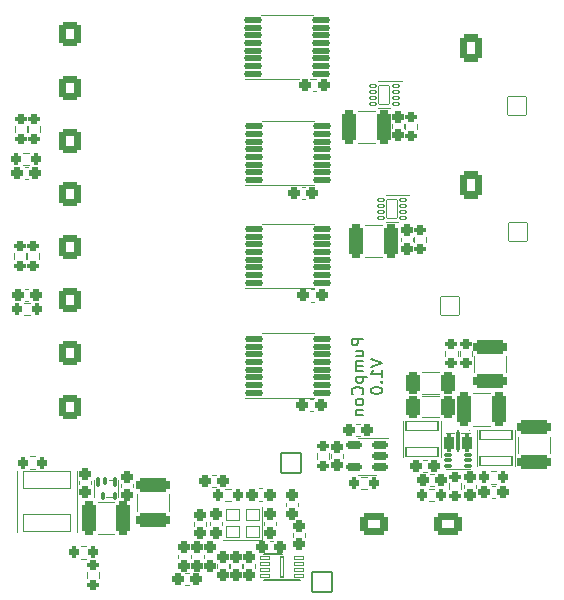
<source format=gbo>
G04 #@! TF.GenerationSoftware,KiCad,Pcbnew,(6.0.7)*
G04 #@! TF.CreationDate,2022-10-27T11:50:25+02:00*
G04 #@! TF.ProjectId,pumpCon,70756d70-436f-46e2-9e6b-696361645f70,rev?*
G04 #@! TF.SameCoordinates,Original*
G04 #@! TF.FileFunction,Legend,Bot*
G04 #@! TF.FilePolarity,Positive*
%FSLAX46Y46*%
G04 Gerber Fmt 4.6, Leading zero omitted, Abs format (unit mm)*
G04 Created by KiCad (PCBNEW (6.0.7)) date 2022-10-27 11:50:25*
%MOMM*%
%LPD*%
G01*
G04 APERTURE LIST*
G04 Aperture macros list*
%AMRoundRect*
0 Rectangle with rounded corners*
0 $1 Rounding radius*
0 $2 $3 $4 $5 $6 $7 $8 $9 X,Y pos of 4 corners*
0 Add a 4 corners polygon primitive as box body*
4,1,4,$2,$3,$4,$5,$6,$7,$8,$9,$2,$3,0*
0 Add four circle primitives for the rounded corners*
1,1,$1+$1,$2,$3*
1,1,$1+$1,$4,$5*
1,1,$1+$1,$6,$7*
1,1,$1+$1,$8,$9*
0 Add four rect primitives between the rounded corners*
20,1,$1+$1,$2,$3,$4,$5,0*
20,1,$1+$1,$4,$5,$6,$7,0*
20,1,$1+$1,$6,$7,$8,$9,0*
20,1,$1+$1,$8,$9,$2,$3,0*%
%AMFreePoly0*
4,1,32,-0.330865,0.346194,-0.295510,0.331549,-0.268451,0.304490,-0.253806,0.269135,-0.250000,0.250000,-0.250000,0.150000,0.450000,0.150000,0.469135,0.146194,0.504490,0.131549,0.531549,0.104490,0.546194,0.069135,0.550000,0.050000,0.550000,-0.050000,0.546194,-0.069135,0.531549,-0.104490,0.504490,-0.131549,0.469135,-0.146194,0.450000,-0.150000,-0.450000,-0.150000,-0.469135,-0.146194,
-0.504490,-0.131549,-0.531549,-0.104490,-0.546194,-0.069135,-0.550000,-0.050000,-0.550000,0.250000,-0.546194,0.269135,-0.531549,0.304490,-0.504490,0.331549,-0.469135,0.346194,-0.450000,0.350000,-0.350000,0.350000,-0.330865,0.346194,-0.330865,0.346194,$1*%
G04 Aperture macros list end*
%ADD10C,0.150000*%
%ADD11C,0.120000*%
%ADD12O,1.150000X2.000000*%
%ADD13RoundRect,0.300000X0.620000X0.845000X-0.620000X0.845000X-0.620000X-0.845000X0.620000X-0.845000X0*%
%ADD14O,1.840000X2.290000*%
%ADD15RoundRect,0.300000X-0.600000X-0.725000X0.600000X-0.725000X0.600000X0.725000X-0.600000X0.725000X0*%
%ADD16O,1.800000X2.050000*%
%ADD17RoundRect,0.050000X-0.850000X0.850000X-0.850000X-0.850000X0.850000X-0.850000X0.850000X0.850000X0*%
%ADD18O,1.800000X1.800000*%
%ADD19RoundRect,0.300000X0.725000X-0.600000X0.725000X0.600000X-0.725000X0.600000X-0.725000X-0.600000X0*%
%ADD20O,2.050000X1.800000*%
%ADD21RoundRect,0.050000X0.850000X0.850000X-0.850000X0.850000X-0.850000X-0.850000X0.850000X-0.850000X0*%
%ADD22RoundRect,0.300000X0.750000X-0.600000X0.750000X0.600000X-0.750000X0.600000X-0.750000X-0.600000X0*%
%ADD23O,2.100000X1.800000*%
%ADD24RoundRect,0.300000X-0.845000X0.620000X-0.845000X-0.620000X0.845000X-0.620000X0.845000X0.620000X0*%
%ADD25O,2.290000X1.840000*%
%ADD26C,3.300000*%
%ADD27RoundRect,0.050000X-0.800000X-0.800000X0.800000X-0.800000X0.800000X0.800000X-0.800000X0.800000X0*%
%ADD28C,1.700000*%
%ADD29RoundRect,0.050000X-0.800000X0.800000X-0.800000X-0.800000X0.800000X-0.800000X0.800000X0.800000X0*%
%ADD30RoundRect,0.275000X-0.250000X0.225000X-0.250000X-0.225000X0.250000X-0.225000X0.250000X0.225000X0*%
%ADD31RoundRect,0.250000X-0.200000X-0.275000X0.200000X-0.275000X0.200000X0.275000X-0.200000X0.275000X0*%
%ADD32RoundRect,0.200000X0.512500X0.150000X-0.512500X0.150000X-0.512500X-0.150000X0.512500X-0.150000X0*%
%ADD33RoundRect,0.300000X0.325000X0.650000X-0.325000X0.650000X-0.325000X-0.650000X0.325000X-0.650000X0*%
%ADD34RoundRect,0.275000X0.225000X0.250000X-0.225000X0.250000X-0.225000X-0.250000X0.225000X-0.250000X0*%
%ADD35RoundRect,0.275000X-0.225000X-0.250000X0.225000X-0.250000X0.225000X0.250000X-0.225000X0.250000X0*%
%ADD36RoundRect,0.050000X1.350000X-0.400000X1.350000X0.400000X-1.350000X0.400000X-1.350000X-0.400000X0*%
%ADD37RoundRect,0.250000X0.200000X0.275000X-0.200000X0.275000X-0.200000X-0.275000X0.200000X-0.275000X0*%
%ADD38RoundRect,0.275000X0.250000X-0.225000X0.250000X0.225000X-0.250000X0.225000X-0.250000X-0.225000X0*%
%ADD39RoundRect,0.250000X-0.275000X0.200000X-0.275000X-0.200000X0.275000X-0.200000X0.275000X0.200000X0*%
%ADD40RoundRect,0.250000X0.275000X-0.200000X0.275000X0.200000X-0.275000X0.200000X-0.275000X-0.200000X0*%
%ADD41RoundRect,0.250000X0.200000X0.525000X-0.200000X0.525000X-0.200000X-0.525000X0.200000X-0.525000X0*%
%ADD42RoundRect,0.125000X0.225000X0.075000X-0.225000X0.075000X-0.225000X-0.075000X0.225000X-0.075000X0*%
%ADD43RoundRect,0.125000X0.075000X0.787500X-0.075000X0.787500X-0.075000X-0.787500X0.075000X-0.787500X0*%
%ADD44RoundRect,0.300000X-1.100000X0.325000X-1.100000X-0.325000X1.100000X-0.325000X1.100000X0.325000X0*%
%ADD45RoundRect,0.100000X-0.050000X0.300000X-0.050000X-0.300000X0.050000X-0.300000X0.050000X0.300000X0*%
%ADD46RoundRect,0.100000X-0.050000X0.250000X-0.050000X-0.250000X0.050000X-0.250000X0.050000X0.250000X0*%
%ADD47FreePoly0,270.000000*%
%ADD48RoundRect,0.150000X-0.637500X-0.100000X0.637500X-0.100000X0.637500X0.100000X-0.637500X0.100000X0*%
%ADD49RoundRect,0.050000X0.250000X0.125000X-0.250000X0.125000X-0.250000X-0.125000X0.250000X-0.125000X0*%
%ADD50RoundRect,0.050000X0.450000X0.800000X-0.450000X0.800000X-0.450000X-0.800000X0.450000X-0.800000X0*%
%ADD51RoundRect,0.300000X-0.325000X-1.100000X0.325000X-1.100000X0.325000X1.100000X-0.325000X1.100000X0*%
%ADD52RoundRect,0.300000X0.325000X1.100000X-0.325000X1.100000X-0.325000X-1.100000X0.325000X-1.100000X0*%
%ADD53RoundRect,0.268750X0.218750X0.256250X-0.218750X0.256250X-0.218750X-0.256250X0.218750X-0.256250X0*%
%ADD54RoundRect,0.300000X1.100000X-0.325000X1.100000X0.325000X-1.100000X0.325000X-1.100000X-0.325000X0*%
%ADD55RoundRect,0.050000X0.575000X0.500000X-0.575000X0.500000X-0.575000X-0.500000X0.575000X-0.500000X0*%
%ADD56RoundRect,0.050000X0.375000X0.150000X-0.375000X0.150000X-0.375000X-0.150000X0.375000X-0.150000X0*%
%ADD57RoundRect,0.050000X0.150000X0.850000X-0.150000X0.850000X-0.150000X-0.850000X0.150000X-0.850000X0*%
%ADD58RoundRect,0.050000X-2.000000X0.750000X-2.000000X-0.750000X2.000000X-0.750000X2.000000X0.750000X0*%
G04 APERTURE END LIST*
D10*
X92647380Y-89261904D02*
X91647380Y-89261904D01*
X91647380Y-89642857D01*
X91695000Y-89738095D01*
X91742619Y-89785714D01*
X91837857Y-89833333D01*
X91980714Y-89833333D01*
X92075952Y-89785714D01*
X92123571Y-89738095D01*
X92171190Y-89642857D01*
X92171190Y-89261904D01*
X91980714Y-90690476D02*
X92647380Y-90690476D01*
X91980714Y-90261904D02*
X92504523Y-90261904D01*
X92599761Y-90309523D01*
X92647380Y-90404761D01*
X92647380Y-90547619D01*
X92599761Y-90642857D01*
X92552142Y-90690476D01*
X92647380Y-91166666D02*
X91980714Y-91166666D01*
X92075952Y-91166666D02*
X92028333Y-91214285D01*
X91980714Y-91309523D01*
X91980714Y-91452380D01*
X92028333Y-91547619D01*
X92123571Y-91595238D01*
X92647380Y-91595238D01*
X92123571Y-91595238D02*
X92028333Y-91642857D01*
X91980714Y-91738095D01*
X91980714Y-91880952D01*
X92028333Y-91976190D01*
X92123571Y-92023809D01*
X92647380Y-92023809D01*
X91980714Y-92500000D02*
X92980714Y-92500000D01*
X92028333Y-92500000D02*
X91980714Y-92595238D01*
X91980714Y-92785714D01*
X92028333Y-92880952D01*
X92075952Y-92928571D01*
X92171190Y-92976190D01*
X92456904Y-92976190D01*
X92552142Y-92928571D01*
X92599761Y-92880952D01*
X92647380Y-92785714D01*
X92647380Y-92595238D01*
X92599761Y-92500000D01*
X92552142Y-93976190D02*
X92599761Y-93928571D01*
X92647380Y-93785714D01*
X92647380Y-93690476D01*
X92599761Y-93547619D01*
X92504523Y-93452380D01*
X92409285Y-93404761D01*
X92218809Y-93357142D01*
X92075952Y-93357142D01*
X91885476Y-93404761D01*
X91790238Y-93452380D01*
X91695000Y-93547619D01*
X91647380Y-93690476D01*
X91647380Y-93785714D01*
X91695000Y-93928571D01*
X91742619Y-93976190D01*
X92647380Y-94547619D02*
X92599761Y-94452380D01*
X92552142Y-94404761D01*
X92456904Y-94357142D01*
X92171190Y-94357142D01*
X92075952Y-94404761D01*
X92028333Y-94452380D01*
X91980714Y-94547619D01*
X91980714Y-94690476D01*
X92028333Y-94785714D01*
X92075952Y-94833333D01*
X92171190Y-94880952D01*
X92456904Y-94880952D01*
X92552142Y-94833333D01*
X92599761Y-94785714D01*
X92647380Y-94690476D01*
X92647380Y-94547619D01*
X91980714Y-95309523D02*
X92647380Y-95309523D01*
X92075952Y-95309523D02*
X92028333Y-95357142D01*
X91980714Y-95452380D01*
X91980714Y-95595238D01*
X92028333Y-95690476D01*
X92123571Y-95738095D01*
X92647380Y-95738095D01*
X93257380Y-90976190D02*
X94257380Y-91309523D01*
X93257380Y-91642857D01*
X94257380Y-92499999D02*
X94257380Y-91928571D01*
X94257380Y-92214285D02*
X93257380Y-92214285D01*
X93400238Y-92119047D01*
X93495476Y-92023809D01*
X93543095Y-91928571D01*
X94162142Y-92928571D02*
X94209761Y-92976190D01*
X94257380Y-92928571D01*
X94209761Y-92880952D01*
X94162142Y-92928571D01*
X94257380Y-92928571D01*
X93257380Y-93595238D02*
X93257380Y-93690476D01*
X93305000Y-93785714D01*
X93352619Y-93833333D01*
X93447857Y-93880952D01*
X93638333Y-93928571D01*
X93876428Y-93928571D01*
X94066904Y-93880952D01*
X94162142Y-93833333D01*
X94209761Y-93785714D01*
X94257380Y-93690476D01*
X94257380Y-93595238D01*
X94209761Y-93499999D01*
X94162142Y-93452380D01*
X94066904Y-93404761D01*
X93876428Y-93357142D01*
X93638333Y-93357142D01*
X93447857Y-93404761D01*
X93352619Y-93452380D01*
X93305000Y-93499999D01*
X93257380Y-93595238D01*
D11*
X80710000Y-104759420D02*
X80710000Y-105040580D01*
X79690000Y-104759420D02*
X79690000Y-105040580D01*
X98162742Y-101977500D02*
X98637258Y-101977500D01*
X98162742Y-103022500D02*
X98637258Y-103022500D01*
X92950000Y-97640000D02*
X94750000Y-97640000D01*
X92950000Y-100760000D02*
X92150000Y-100760000D01*
X92950000Y-100760000D02*
X93750000Y-100760000D01*
X92950000Y-97640000D02*
X92150000Y-97640000D01*
X64387742Y-100272500D02*
X64862258Y-100272500D01*
X64387742Y-99227500D02*
X64862258Y-99227500D01*
X99061252Y-94090000D02*
X97638748Y-94090000D01*
X99061252Y-95910000D02*
X97638748Y-95910000D01*
X95090000Y-71109420D02*
X95090000Y-71390580D01*
X96110000Y-71109420D02*
X96110000Y-71390580D01*
X64290580Y-85040000D02*
X64009420Y-85040000D01*
X64290580Y-86060000D02*
X64009420Y-86060000D01*
X103412742Y-101522500D02*
X103887258Y-101522500D01*
X103412742Y-100477500D02*
X103887258Y-100477500D01*
X84709420Y-106390000D02*
X84990580Y-106390000D01*
X84709420Y-107410000D02*
X84990580Y-107410000D01*
X97709420Y-99490000D02*
X97990580Y-99490000D01*
X97709420Y-100510000D02*
X97990580Y-100510000D01*
X99200000Y-99250000D02*
X99200000Y-96250000D01*
X96000000Y-99250000D02*
X96000000Y-96250000D01*
X96865000Y-80709420D02*
X96865000Y-80990580D01*
X95845000Y-80709420D02*
X95845000Y-80990580D01*
X64337258Y-74572500D02*
X63862742Y-74572500D01*
X64337258Y-73527500D02*
X63862742Y-73527500D01*
X83809420Y-102960000D02*
X84090580Y-102960000D01*
X83809420Y-101940000D02*
X84090580Y-101940000D01*
X78090000Y-107840580D02*
X78090000Y-107559420D01*
X79110000Y-107840580D02*
X79110000Y-107559420D01*
X105500000Y-100000000D02*
X105500000Y-97000000D01*
X102300000Y-100000000D02*
X102300000Y-97000000D01*
X102160000Y-101890580D02*
X102160000Y-101609420D01*
X101140000Y-101890580D02*
X101140000Y-101609420D01*
X64177500Y-82012742D02*
X64177500Y-82487258D01*
X65222500Y-82012742D02*
X65222500Y-82487258D01*
X96177500Y-71062742D02*
X96177500Y-71537258D01*
X97222500Y-71062742D02*
X97222500Y-71537258D01*
X89722500Y-99437258D02*
X89722500Y-98962742D01*
X88677500Y-99437258D02*
X88677500Y-98962742D01*
X78290000Y-104809420D02*
X78290000Y-105090580D01*
X79310000Y-104809420D02*
X79310000Y-105090580D01*
X101650000Y-100250000D02*
X99650000Y-100250000D01*
X101650000Y-97250000D02*
X100950000Y-97250000D01*
X99650000Y-97250000D02*
X100350000Y-97250000D01*
X101700000Y-97000000D02*
G75*
G03*
X101700000Y-97000000I-50000J0D01*
G01*
X80140580Y-100790000D02*
X79859420Y-100790000D01*
X80140580Y-101810000D02*
X79859420Y-101810000D01*
X108460000Y-97538748D02*
X108460000Y-98961252D01*
X105740000Y-97538748D02*
X105740000Y-98961252D01*
X81310000Y-108640580D02*
X81310000Y-108359420D01*
X80290000Y-108640580D02*
X80290000Y-108359420D01*
X71850000Y-101200000D02*
X71850000Y-102700000D01*
X71325000Y-101200000D02*
X71075000Y-101200000D01*
X69850000Y-101200000D02*
X69850000Y-102700000D01*
X71325000Y-102700000D02*
X70850000Y-102700000D01*
X69650000Y-101450000D02*
G75*
G03*
X69650000Y-101450000I-50000J0D01*
G01*
X68712742Y-106827500D02*
X69187258Y-106827500D01*
X68712742Y-107872500D02*
X69187258Y-107872500D01*
X86200000Y-67285000D02*
X82600000Y-67285000D01*
X86200000Y-61815000D02*
X84000000Y-61815000D01*
X86200000Y-61815000D02*
X88400000Y-61815000D01*
X86200000Y-67285000D02*
X88400000Y-67285000D01*
X86250000Y-88815000D02*
X84050000Y-88815000D01*
X86250000Y-94285000D02*
X82650000Y-94285000D01*
X86250000Y-88815000D02*
X88450000Y-88815000D01*
X86250000Y-94285000D02*
X88450000Y-94285000D01*
X98590580Y-100740000D02*
X98309420Y-100740000D01*
X98590580Y-101760000D02*
X98309420Y-101760000D01*
X88490580Y-85090000D02*
X88209420Y-85090000D01*
X88490580Y-86110000D02*
X88209420Y-86110000D01*
X64387258Y-87272500D02*
X63912742Y-87272500D01*
X64387258Y-86227500D02*
X63912742Y-86227500D01*
X81437258Y-103022500D02*
X80962742Y-103022500D01*
X81437258Y-101977500D02*
X80962742Y-101977500D01*
X99061252Y-92090000D02*
X97638748Y-92090000D01*
X99061252Y-93910000D02*
X97638748Y-93910000D01*
X69610000Y-101590580D02*
X69610000Y-101309420D01*
X68590000Y-101590580D02*
X68590000Y-101309420D01*
X96550000Y-77130000D02*
X94550000Y-77130000D01*
X94550000Y-79370000D02*
X95550000Y-79370000D01*
X103509420Y-101740000D02*
X103790580Y-101740000D01*
X103509420Y-102760000D02*
X103790580Y-102760000D01*
X78010000Y-107840580D02*
X78010000Y-107559420D01*
X76990000Y-107840580D02*
X76990000Y-107559420D01*
X84190000Y-105040580D02*
X84190000Y-104759420D01*
X85210000Y-105040580D02*
X85210000Y-104759420D01*
X100922500Y-101512742D02*
X100922500Y-101987258D01*
X99877500Y-101512742D02*
X99877500Y-101987258D01*
X90960000Y-99059420D02*
X90960000Y-99340580D01*
X89940000Y-99059420D02*
X89940000Y-99340580D01*
X82410000Y-108640580D02*
X82410000Y-108359420D01*
X81390000Y-108640580D02*
X81390000Y-108359420D01*
X100827500Y-90262742D02*
X100827500Y-90737258D01*
X101872500Y-90262742D02*
X101872500Y-90737258D01*
X87710000Y-105734420D02*
X87710000Y-106015580D01*
X86690000Y-105734420D02*
X86690000Y-106015580D01*
X69227500Y-109012742D02*
X69227500Y-109487258D01*
X70272500Y-109012742D02*
X70272500Y-109487258D01*
X101938748Y-93890000D02*
X103361252Y-93890000D01*
X101938748Y-96610000D02*
X103361252Y-96610000D01*
X93611252Y-69990000D02*
X92188748Y-69990000D01*
X93611252Y-72710000D02*
X92188748Y-72710000D01*
X92937258Y-100927500D02*
X92462742Y-100927500D01*
X92937258Y-101972500D02*
X92462742Y-101972500D01*
X88390580Y-95360000D02*
X88109420Y-95360000D01*
X88390580Y-94340000D02*
X88109420Y-94340000D01*
X71561252Y-105810000D02*
X70138748Y-105810000D01*
X71561252Y-103090000D02*
X70138748Y-103090000D01*
X63127500Y-71737258D02*
X63127500Y-71262742D01*
X64172500Y-71737258D02*
X64172500Y-71262742D01*
X102040000Y-90683748D02*
X102040000Y-92106252D01*
X104760000Y-90683748D02*
X104760000Y-92106252D01*
X77862779Y-109090000D02*
X77537221Y-109090000D01*
X77862779Y-110110000D02*
X77537221Y-110110000D01*
X76210000Y-103861252D02*
X76210000Y-102438748D01*
X73490000Y-103861252D02*
X73490000Y-102438748D01*
X92059420Y-97460000D02*
X92340580Y-97460000D01*
X92059420Y-96440000D02*
X92340580Y-96440000D01*
X64240580Y-74740000D02*
X63959420Y-74740000D01*
X64240580Y-75760000D02*
X63959420Y-75760000D01*
X73110000Y-101840580D02*
X73110000Y-101559420D01*
X72090000Y-101840580D02*
X72090000Y-101559420D01*
X84100000Y-106300000D02*
X80800000Y-106300000D01*
X84100000Y-103500000D02*
X84100000Y-106300000D01*
X86250000Y-70815000D02*
X88450000Y-70815000D01*
X86250000Y-70815000D02*
X84050000Y-70815000D01*
X86250000Y-76285000D02*
X88450000Y-76285000D01*
X86250000Y-76285000D02*
X82650000Y-76285000D01*
X87110000Y-103440580D02*
X87110000Y-103159420D01*
X86090000Y-103440580D02*
X86090000Y-103159420D01*
X79190000Y-107840580D02*
X79190000Y-107559420D01*
X80210000Y-107840580D02*
X80210000Y-107559420D01*
X95920000Y-67480000D02*
X93920000Y-67480000D01*
X93920000Y-69720000D02*
X94920000Y-69720000D01*
X86250000Y-84985000D02*
X88450000Y-84985000D01*
X86250000Y-84985000D02*
X82650000Y-84985000D01*
X86250000Y-79515000D02*
X84050000Y-79515000D01*
X86250000Y-79515000D02*
X88450000Y-79515000D01*
X96927500Y-80612742D02*
X96927500Y-81087258D01*
X97972500Y-80612742D02*
X97972500Y-81087258D01*
X94241252Y-79640000D02*
X92818748Y-79640000D01*
X94241252Y-82360000D02*
X92818748Y-82360000D01*
X83510000Y-108640580D02*
X83510000Y-108359420D01*
X82490000Y-108640580D02*
X82490000Y-108359420D01*
X99577500Y-90262742D02*
X99577500Y-90737258D01*
X100622500Y-90262742D02*
X100622500Y-90737258D01*
D10*
X85750000Y-107475000D02*
X84250000Y-107475000D01*
X87250000Y-109725000D02*
X84250000Y-109725000D01*
D11*
X65272500Y-71262742D02*
X65272500Y-71737258D01*
X64227500Y-71262742D02*
X64227500Y-71737258D01*
X63077500Y-82487258D02*
X63077500Y-82012742D01*
X64122500Y-82487258D02*
X64122500Y-82012742D01*
X68400000Y-100500000D02*
X68400000Y-105600000D01*
X63300000Y-100500000D02*
X63300000Y-105600000D01*
X88640580Y-68310000D02*
X88359420Y-68310000D01*
X88640580Y-67290000D02*
X88359420Y-67290000D01*
X87690580Y-77410000D02*
X87409420Y-77410000D01*
X87690580Y-76390000D02*
X87409420Y-76390000D01*
%LPC*%
D12*
X72825000Y-110050000D03*
X65675000Y-110050000D03*
D13*
X101770000Y-64680000D03*
D14*
X99230000Y-64680000D03*
D15*
X67800000Y-77000000D03*
D16*
X70300000Y-77000000D03*
X72800000Y-77000000D03*
X75300000Y-77000000D03*
X77800000Y-77000000D03*
D15*
X67800000Y-81500000D03*
D16*
X70300000Y-81500000D03*
X72800000Y-81500000D03*
X75300000Y-81500000D03*
X77800000Y-81500000D03*
D17*
X86475000Y-99800000D03*
D18*
X83935000Y-99800000D03*
X81395000Y-99800000D03*
D19*
X60800000Y-86100000D03*
D20*
X60800000Y-83600000D03*
X60800000Y-81100000D03*
D21*
X89175000Y-109850000D03*
D18*
X89175000Y-107310000D03*
D15*
X67800000Y-90500000D03*
D16*
X70300000Y-90500000D03*
X72800000Y-90500000D03*
X75300000Y-90500000D03*
X77800000Y-90500000D03*
D22*
X60800000Y-94200000D03*
D23*
X60800000Y-91700000D03*
D13*
X101720000Y-76230000D03*
D14*
X99180000Y-76230000D03*
D15*
X67800000Y-86000000D03*
D16*
X70300000Y-86000000D03*
X72800000Y-86000000D03*
X75300000Y-86000000D03*
X77800000Y-86000000D03*
D24*
X93580000Y-104960000D03*
D25*
X93580000Y-107500000D03*
X93580000Y-110040000D03*
D26*
X106000000Y-64500000D03*
D15*
X67800000Y-63500000D03*
D16*
X70300000Y-63500000D03*
X72800000Y-63500000D03*
X75300000Y-63500000D03*
X77800000Y-63500000D03*
D15*
X67800000Y-68000000D03*
D16*
X70300000Y-68000000D03*
X72800000Y-68000000D03*
X75300000Y-68000000D03*
X77800000Y-68000000D03*
D27*
X99950000Y-86500000D03*
D28*
X102450000Y-86500000D03*
D26*
X62000000Y-108500000D03*
D29*
X105700000Y-80217621D03*
D28*
X105700000Y-82717621D03*
D22*
X60800000Y-102350000D03*
D23*
X60800000Y-99850000D03*
D15*
X67800000Y-95000000D03*
D16*
X70300000Y-95000000D03*
X72800000Y-95000000D03*
X75300000Y-95000000D03*
X77800000Y-95000000D03*
D29*
X105650000Y-69517621D03*
D28*
X105650000Y-72017621D03*
D19*
X60800000Y-75350000D03*
D20*
X60800000Y-72850000D03*
X60800000Y-70350000D03*
D15*
X67800000Y-72500000D03*
D16*
X70300000Y-72500000D03*
X72800000Y-72500000D03*
X75300000Y-72500000D03*
X77800000Y-72500000D03*
D26*
X106000000Y-108500000D03*
X62000000Y-64500000D03*
D24*
X99780000Y-104960000D03*
D25*
X99780000Y-107500000D03*
X99780000Y-110040000D03*
D30*
X80200000Y-104125000D03*
X80200000Y-105675000D03*
D31*
X97575000Y-102500000D03*
X99225000Y-102500000D03*
D32*
X94087500Y-98250000D03*
X94087500Y-99200000D03*
X94087500Y-100150000D03*
X91812500Y-100150000D03*
X91812500Y-98250000D03*
D31*
X63800000Y-99750000D03*
X65450000Y-99750000D03*
D33*
X99825000Y-95000000D03*
X96875000Y-95000000D03*
D30*
X95600000Y-70475000D03*
X95600000Y-72025000D03*
D34*
X64925000Y-85550000D03*
X63375000Y-85550000D03*
D31*
X102825000Y-101000000D03*
X104475000Y-101000000D03*
D35*
X84075000Y-106900000D03*
X85625000Y-106900000D03*
X97075000Y-100000000D03*
X98625000Y-100000000D03*
D36*
X97600000Y-98850000D03*
X97600000Y-96650000D03*
D30*
X96355000Y-80075000D03*
X96355000Y-81625000D03*
D37*
X64925000Y-74050000D03*
X63275000Y-74050000D03*
D35*
X83175000Y-102450000D03*
X84725000Y-102450000D03*
D38*
X78600000Y-108475000D03*
X78600000Y-106925000D03*
D36*
X103900000Y-99600000D03*
X103900000Y-97400000D03*
D38*
X101650000Y-102525000D03*
X101650000Y-100975000D03*
D39*
X64700000Y-81425000D03*
X64700000Y-83075000D03*
X96700000Y-70475000D03*
X96700000Y-72125000D03*
D40*
X89200000Y-100025000D03*
X89200000Y-98375000D03*
D30*
X78800000Y-104175000D03*
X78800000Y-105725000D03*
D41*
X101400000Y-98062500D03*
D42*
X101500000Y-99112500D03*
X101500000Y-99562500D03*
X101500000Y-100012500D03*
X99800000Y-100012500D03*
X99800000Y-99562500D03*
X99800000Y-99112500D03*
D41*
X99900000Y-98062500D03*
D43*
X100650000Y-97925000D03*
D34*
X80775000Y-101300000D03*
X79225000Y-101300000D03*
D44*
X107100000Y-96775000D03*
X107100000Y-99725000D03*
D38*
X80800000Y-109275000D03*
X80800000Y-107725000D03*
D45*
X70150000Y-101350000D03*
D46*
X70800000Y-101300000D03*
D45*
X71600000Y-101350000D03*
D46*
X71600000Y-102600000D03*
X70575000Y-102600000D03*
D47*
X70075000Y-102400000D03*
D31*
X68125000Y-107350000D03*
X69775000Y-107350000D03*
D48*
X83337500Y-66825000D03*
X83337500Y-66175000D03*
X83337500Y-65525000D03*
X83337500Y-64875000D03*
X83337500Y-64225000D03*
X83337500Y-63575000D03*
X83337500Y-62925000D03*
X83337500Y-62275000D03*
X89062500Y-62275000D03*
X89062500Y-62925000D03*
X89062500Y-63575000D03*
X89062500Y-64225000D03*
X89062500Y-64875000D03*
X89062500Y-65525000D03*
X89062500Y-66175000D03*
X89062500Y-66825000D03*
X83387500Y-93825000D03*
X83387500Y-93175000D03*
X83387500Y-92525000D03*
X83387500Y-91875000D03*
X83387500Y-91225000D03*
X83387500Y-90575000D03*
X83387500Y-89925000D03*
X83387500Y-89275000D03*
X89112500Y-89275000D03*
X89112500Y-89925000D03*
X89112500Y-90575000D03*
X89112500Y-91225000D03*
X89112500Y-91875000D03*
X89112500Y-92525000D03*
X89112500Y-93175000D03*
X89112500Y-93825000D03*
D34*
X99225000Y-101250000D03*
X97675000Y-101250000D03*
X89125000Y-85600000D03*
X87575000Y-85600000D03*
D37*
X64975000Y-86750000D03*
X63325000Y-86750000D03*
X82025000Y-102500000D03*
X80375000Y-102500000D03*
D33*
X99825000Y-93000000D03*
X96875000Y-93000000D03*
D38*
X69100000Y-102225000D03*
X69100000Y-100675000D03*
D49*
X96000000Y-77500000D03*
X96000000Y-78000000D03*
X96000000Y-78500000D03*
X96000000Y-79000000D03*
X94100000Y-79000000D03*
X94100000Y-78500000D03*
X94100000Y-78000000D03*
X94100000Y-77500000D03*
D50*
X95050000Y-78250000D03*
D35*
X102875000Y-102250000D03*
X104425000Y-102250000D03*
D38*
X77500000Y-108475000D03*
X77500000Y-106925000D03*
X84700000Y-105675000D03*
X84700000Y-104125000D03*
D39*
X100400000Y-100925000D03*
X100400000Y-102575000D03*
D30*
X90450000Y-98425000D03*
X90450000Y-99975000D03*
D38*
X81900000Y-109275000D03*
X81900000Y-107725000D03*
D39*
X101350000Y-89675000D03*
X101350000Y-91325000D03*
D30*
X87200000Y-105100000D03*
X87200000Y-106650000D03*
D39*
X69750000Y-108425000D03*
X69750000Y-110075000D03*
D51*
X101175000Y-95250000D03*
X104125000Y-95250000D03*
D52*
X94375000Y-71350000D03*
X91425000Y-71350000D03*
D37*
X93525000Y-101450000D03*
X91875000Y-101450000D03*
D34*
X89025000Y-94850000D03*
X87475000Y-94850000D03*
D52*
X72325000Y-104450000D03*
X69375000Y-104450000D03*
D40*
X63650000Y-72325000D03*
X63650000Y-70675000D03*
D44*
X103400000Y-89920000D03*
X103400000Y-92870000D03*
D53*
X78487500Y-109600000D03*
X76912500Y-109600000D03*
D54*
X74850000Y-104625000D03*
X74850000Y-101675000D03*
D35*
X91425000Y-96950000D03*
X92975000Y-96950000D03*
D34*
X64875000Y-75250000D03*
X63325000Y-75250000D03*
D38*
X72600000Y-102475000D03*
X72600000Y-100925000D03*
D55*
X83325000Y-105600000D03*
X81575000Y-105600000D03*
X81575000Y-104200000D03*
X83325000Y-104200000D03*
D48*
X83387500Y-75825000D03*
X83387500Y-75175000D03*
X83387500Y-74525000D03*
X83387500Y-73875000D03*
X83387500Y-73225000D03*
X83387500Y-72575000D03*
X83387500Y-71925000D03*
X83387500Y-71275000D03*
X89112500Y-71275000D03*
X89112500Y-71925000D03*
X89112500Y-72575000D03*
X89112500Y-73225000D03*
X89112500Y-73875000D03*
X89112500Y-74525000D03*
X89112500Y-75175000D03*
X89112500Y-75825000D03*
D38*
X86600000Y-104075000D03*
X86600000Y-102525000D03*
X79700000Y-108475000D03*
X79700000Y-106925000D03*
D49*
X95370000Y-67850000D03*
X95370000Y-68350000D03*
X95370000Y-68850000D03*
X95370000Y-69350000D03*
X93470000Y-69350000D03*
X93470000Y-68850000D03*
X93470000Y-68350000D03*
X93470000Y-67850000D03*
D50*
X94420000Y-68600000D03*
D48*
X83387500Y-84525000D03*
X83387500Y-83875000D03*
X83387500Y-83225000D03*
X83387500Y-82575000D03*
X83387500Y-81925000D03*
X83387500Y-81275000D03*
X83387500Y-80625000D03*
X83387500Y-79975000D03*
X89112500Y-79975000D03*
X89112500Y-80625000D03*
X89112500Y-81275000D03*
X89112500Y-81925000D03*
X89112500Y-82575000D03*
X89112500Y-83225000D03*
X89112500Y-83875000D03*
X89112500Y-84525000D03*
D39*
X97450000Y-80025000D03*
X97450000Y-81675000D03*
D52*
X95005000Y-81000000D03*
X92055000Y-81000000D03*
D38*
X83000000Y-109275000D03*
X83000000Y-107725000D03*
D39*
X100100000Y-89675000D03*
X100100000Y-91325000D03*
D56*
X87200000Y-107850000D03*
X87200000Y-108350000D03*
X87200000Y-108850000D03*
X87200000Y-109350000D03*
X84300000Y-109350000D03*
X84300000Y-108850000D03*
X84300000Y-108350000D03*
X84300000Y-107850000D03*
D57*
X85750000Y-108600000D03*
D39*
X64750000Y-70675000D03*
X64750000Y-72325000D03*
D40*
X63600000Y-83075000D03*
X63600000Y-81425000D03*
D58*
X65850000Y-101250000D03*
X65850000Y-104850000D03*
D34*
X89275000Y-67800000D03*
X87725000Y-67800000D03*
X88325000Y-76900000D03*
X86775000Y-76900000D03*
M02*

</source>
